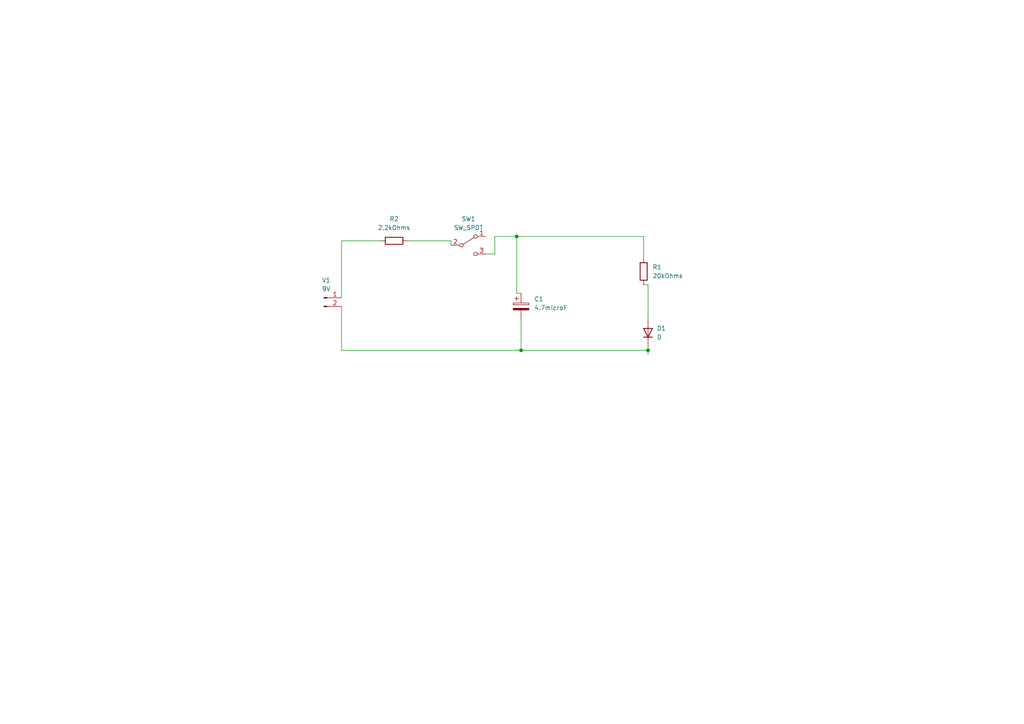
<source format=kicad_sch>
(kicad_sch (version 20211123) (generator eeschema)

  (uuid 1ce94f70-5b10-4f96-af8e-930a9944524d)

  (paper "A4")

  (lib_symbols
    (symbol "Connector:Conn_01x02_Male" (pin_names (offset 1.016) hide) (in_bom yes) (on_board yes)
      (property "Reference" "J" (id 0) (at 0 2.54 0)
        (effects (font (size 1.27 1.27)))
      )
      (property "Value" "Conn_01x02_Male" (id 1) (at 0 -5.08 0)
        (effects (font (size 1.27 1.27)))
      )
      (property "Footprint" "" (id 2) (at 0 0 0)
        (effects (font (size 1.27 1.27)) hide)
      )
      (property "Datasheet" "~" (id 3) (at 0 0 0)
        (effects (font (size 1.27 1.27)) hide)
      )
      (property "ki_keywords" "connector" (id 4) (at 0 0 0)
        (effects (font (size 1.27 1.27)) hide)
      )
      (property "ki_description" "Generic connector, single row, 01x02, script generated (kicad-library-utils/schlib/autogen/connector/)" (id 5) (at 0 0 0)
        (effects (font (size 1.27 1.27)) hide)
      )
      (property "ki_fp_filters" "Connector*:*_1x??_*" (id 6) (at 0 0 0)
        (effects (font (size 1.27 1.27)) hide)
      )
      (symbol "Conn_01x02_Male_1_1"
        (polyline
          (pts
            (xy 1.27 -2.54)
            (xy 0.8636 -2.54)
          )
          (stroke (width 0.1524) (type default) (color 0 0 0 0))
          (fill (type none))
        )
        (polyline
          (pts
            (xy 1.27 0)
            (xy 0.8636 0)
          )
          (stroke (width 0.1524) (type default) (color 0 0 0 0))
          (fill (type none))
        )
        (rectangle (start 0.8636 -2.413) (end 0 -2.667)
          (stroke (width 0.1524) (type default) (color 0 0 0 0))
          (fill (type outline))
        )
        (rectangle (start 0.8636 0.127) (end 0 -0.127)
          (stroke (width 0.1524) (type default) (color 0 0 0 0))
          (fill (type outline))
        )
        (pin passive line (at 5.08 0 180) (length 3.81)
          (name "Pin_1" (effects (font (size 1.27 1.27))))
          (number "1" (effects (font (size 1.27 1.27))))
        )
        (pin passive line (at 5.08 -2.54 180) (length 3.81)
          (name "Pin_2" (effects (font (size 1.27 1.27))))
          (number "2" (effects (font (size 1.27 1.27))))
        )
      )
    )
    (symbol "Device:C_Polarized" (pin_numbers hide) (pin_names (offset 0.254)) (in_bom yes) (on_board yes)
      (property "Reference" "C" (id 0) (at 0.635 2.54 0)
        (effects (font (size 1.27 1.27)) (justify left))
      )
      (property "Value" "C_Polarized" (id 1) (at 0.635 -2.54 0)
        (effects (font (size 1.27 1.27)) (justify left))
      )
      (property "Footprint" "" (id 2) (at 0.9652 -3.81 0)
        (effects (font (size 1.27 1.27)) hide)
      )
      (property "Datasheet" "~" (id 3) (at 0 0 0)
        (effects (font (size 1.27 1.27)) hide)
      )
      (property "ki_keywords" "cap capacitor" (id 4) (at 0 0 0)
        (effects (font (size 1.27 1.27)) hide)
      )
      (property "ki_description" "Polarized capacitor" (id 5) (at 0 0 0)
        (effects (font (size 1.27 1.27)) hide)
      )
      (property "ki_fp_filters" "CP_*" (id 6) (at 0 0 0)
        (effects (font (size 1.27 1.27)) hide)
      )
      (symbol "C_Polarized_0_1"
        (rectangle (start -2.286 0.508) (end 2.286 1.016)
          (stroke (width 0) (type default) (color 0 0 0 0))
          (fill (type none))
        )
        (polyline
          (pts
            (xy -1.778 2.286)
            (xy -0.762 2.286)
          )
          (stroke (width 0) (type default) (color 0 0 0 0))
          (fill (type none))
        )
        (polyline
          (pts
            (xy -1.27 2.794)
            (xy -1.27 1.778)
          )
          (stroke (width 0) (type default) (color 0 0 0 0))
          (fill (type none))
        )
        (rectangle (start 2.286 -0.508) (end -2.286 -1.016)
          (stroke (width 0) (type default) (color 0 0 0 0))
          (fill (type outline))
        )
      )
      (symbol "C_Polarized_1_1"
        (pin passive line (at 0 3.81 270) (length 2.794)
          (name "~" (effects (font (size 1.27 1.27))))
          (number "1" (effects (font (size 1.27 1.27))))
        )
        (pin passive line (at 0 -3.81 90) (length 2.794)
          (name "~" (effects (font (size 1.27 1.27))))
          (number "2" (effects (font (size 1.27 1.27))))
        )
      )
    )
    (symbol "Device:D" (pin_numbers hide) (pin_names (offset 1.016) hide) (in_bom yes) (on_board yes)
      (property "Reference" "D" (id 0) (at 0 2.54 0)
        (effects (font (size 1.27 1.27)))
      )
      (property "Value" "D" (id 1) (at 0 -2.54 0)
        (effects (font (size 1.27 1.27)))
      )
      (property "Footprint" "" (id 2) (at 0 0 0)
        (effects (font (size 1.27 1.27)) hide)
      )
      (property "Datasheet" "~" (id 3) (at 0 0 0)
        (effects (font (size 1.27 1.27)) hide)
      )
      (property "ki_keywords" "diode" (id 4) (at 0 0 0)
        (effects (font (size 1.27 1.27)) hide)
      )
      (property "ki_description" "Diode" (id 5) (at 0 0 0)
        (effects (font (size 1.27 1.27)) hide)
      )
      (property "ki_fp_filters" "TO-???* *_Diode_* *SingleDiode* D_*" (id 6) (at 0 0 0)
        (effects (font (size 1.27 1.27)) hide)
      )
      (symbol "D_0_1"
        (polyline
          (pts
            (xy -1.27 1.27)
            (xy -1.27 -1.27)
          )
          (stroke (width 0.254) (type default) (color 0 0 0 0))
          (fill (type none))
        )
        (polyline
          (pts
            (xy 1.27 0)
            (xy -1.27 0)
          )
          (stroke (width 0) (type default) (color 0 0 0 0))
          (fill (type none))
        )
        (polyline
          (pts
            (xy 1.27 1.27)
            (xy 1.27 -1.27)
            (xy -1.27 0)
            (xy 1.27 1.27)
          )
          (stroke (width 0.254) (type default) (color 0 0 0 0))
          (fill (type none))
        )
      )
      (symbol "D_1_1"
        (pin passive line (at -3.81 0 0) (length 2.54)
          (name "K" (effects (font (size 1.27 1.27))))
          (number "1" (effects (font (size 1.27 1.27))))
        )
        (pin passive line (at 3.81 0 180) (length 2.54)
          (name "A" (effects (font (size 1.27 1.27))))
          (number "2" (effects (font (size 1.27 1.27))))
        )
      )
    )
    (symbol "Device:R" (pin_numbers hide) (pin_names (offset 0)) (in_bom yes) (on_board yes)
      (property "Reference" "R" (id 0) (at 2.032 0 90)
        (effects (font (size 1.27 1.27)))
      )
      (property "Value" "R" (id 1) (at 0 0 90)
        (effects (font (size 1.27 1.27)))
      )
      (property "Footprint" "" (id 2) (at -1.778 0 90)
        (effects (font (size 1.27 1.27)) hide)
      )
      (property "Datasheet" "~" (id 3) (at 0 0 0)
        (effects (font (size 1.27 1.27)) hide)
      )
      (property "ki_keywords" "R res resistor" (id 4) (at 0 0 0)
        (effects (font (size 1.27 1.27)) hide)
      )
      (property "ki_description" "Resistor" (id 5) (at 0 0 0)
        (effects (font (size 1.27 1.27)) hide)
      )
      (property "ki_fp_filters" "R_*" (id 6) (at 0 0 0)
        (effects (font (size 1.27 1.27)) hide)
      )
      (symbol "R_0_1"
        (rectangle (start -1.016 -2.54) (end 1.016 2.54)
          (stroke (width 0.254) (type default) (color 0 0 0 0))
          (fill (type none))
        )
      )
      (symbol "R_1_1"
        (pin passive line (at 0 3.81 270) (length 1.27)
          (name "~" (effects (font (size 1.27 1.27))))
          (number "1" (effects (font (size 1.27 1.27))))
        )
        (pin passive line (at 0 -3.81 90) (length 1.27)
          (name "~" (effects (font (size 1.27 1.27))))
          (number "2" (effects (font (size 1.27 1.27))))
        )
      )
    )
    (symbol "Switch:SW_SPDT" (pin_names (offset 0) hide) (in_bom yes) (on_board yes)
      (property "Reference" "SW" (id 0) (at 0 4.318 0)
        (effects (font (size 1.27 1.27)))
      )
      (property "Value" "SW_SPDT" (id 1) (at 0 -5.08 0)
        (effects (font (size 1.27 1.27)))
      )
      (property "Footprint" "" (id 2) (at 0 0 0)
        (effects (font (size 1.27 1.27)) hide)
      )
      (property "Datasheet" "~" (id 3) (at 0 0 0)
        (effects (font (size 1.27 1.27)) hide)
      )
      (property "ki_keywords" "switch single-pole double-throw spdt ON-ON" (id 4) (at 0 0 0)
        (effects (font (size 1.27 1.27)) hide)
      )
      (property "ki_description" "Switch, single pole double throw" (id 5) (at 0 0 0)
        (effects (font (size 1.27 1.27)) hide)
      )
      (symbol "SW_SPDT_0_0"
        (circle (center -2.032 0) (radius 0.508)
          (stroke (width 0) (type default) (color 0 0 0 0))
          (fill (type none))
        )
        (circle (center 2.032 -2.54) (radius 0.508)
          (stroke (width 0) (type default) (color 0 0 0 0))
          (fill (type none))
        )
      )
      (symbol "SW_SPDT_0_1"
        (polyline
          (pts
            (xy -1.524 0.254)
            (xy 1.651 2.286)
          )
          (stroke (width 0) (type default) (color 0 0 0 0))
          (fill (type none))
        )
        (circle (center 2.032 2.54) (radius 0.508)
          (stroke (width 0) (type default) (color 0 0 0 0))
          (fill (type none))
        )
      )
      (symbol "SW_SPDT_1_1"
        (pin passive line (at 5.08 2.54 180) (length 2.54)
          (name "A" (effects (font (size 1.27 1.27))))
          (number "1" (effects (font (size 1.27 1.27))))
        )
        (pin passive line (at -5.08 0 0) (length 2.54)
          (name "B" (effects (font (size 1.27 1.27))))
          (number "2" (effects (font (size 1.27 1.27))))
        )
        (pin passive line (at 5.08 -2.54 180) (length 2.54)
          (name "C" (effects (font (size 1.27 1.27))))
          (number "3" (effects (font (size 1.27 1.27))))
        )
      )
    )
  )


  (junction (at 151.13 101.6) (diameter 0) (color 0 0 0 0)
    (uuid 50bfe075-5511-40ca-9a01-c5d2a7cd7eda)
  )
  (junction (at 187.96 101.6) (diameter 0) (color 0 0 0 0)
    (uuid 7aec4a94-a071-4fc7-9306-7b44a663be6a)
  )
  (junction (at 149.86 68.58) (diameter 0) (color 0 0 0 0)
    (uuid 8ec5416c-91cf-43a7-b50d-1feda6c7b2f3)
  )

  (wire (pts (xy 99.06 69.85) (xy 99.06 86.36))
    (stroke (width 0) (type default) (color 0 0 0 0))
    (uuid 070f8995-37f1-4df9-84ed-c17d17dacefa)
  )
  (wire (pts (xy 187.96 101.6) (xy 187.96 102.87))
    (stroke (width 0) (type default) (color 0 0 0 0))
    (uuid 0a1a21d6-e780-4d8d-86e6-cd829cf78b8d)
  )
  (wire (pts (xy 143.51 73.66) (xy 143.51 68.58))
    (stroke (width 0) (type default) (color 0 0 0 0))
    (uuid 40b43dd1-45fa-432c-943a-bc5ec215d4c5)
  )
  (wire (pts (xy 149.86 85.09) (xy 151.13 85.09))
    (stroke (width 0) (type default) (color 0 0 0 0))
    (uuid 4959f6e0-a7db-4368-b20b-878904ca4734)
  )
  (wire (pts (xy 186.69 82.55) (xy 187.96 82.55))
    (stroke (width 0) (type default) (color 0 0 0 0))
    (uuid 5124bb6e-638e-4a9f-8097-b219b140d41d)
  )
  (wire (pts (xy 149.86 68.58) (xy 149.86 85.09))
    (stroke (width 0) (type default) (color 0 0 0 0))
    (uuid 5972d111-9c74-496b-9cf0-e903ddbe2cf4)
  )
  (wire (pts (xy 140.97 73.66) (xy 143.51 73.66))
    (stroke (width 0) (type default) (color 0 0 0 0))
    (uuid 5d244d7a-b2f5-40b9-aa53-9f3ac3cd9840)
  )
  (wire (pts (xy 130.81 69.85) (xy 130.81 71.12))
    (stroke (width 0) (type default) (color 0 0 0 0))
    (uuid 6cb43999-893a-44b7-b377-2d0a9662b4c0)
  )
  (wire (pts (xy 149.86 68.58) (xy 186.69 68.58))
    (stroke (width 0) (type default) (color 0 0 0 0))
    (uuid 8eb28da4-ef8b-4963-a3ba-de69965df9a0)
  )
  (wire (pts (xy 99.06 88.9) (xy 99.06 101.6))
    (stroke (width 0) (type default) (color 0 0 0 0))
    (uuid 94ab6109-4915-4aa7-90e8-2263d68c2a7c)
  )
  (wire (pts (xy 151.13 101.6) (xy 187.96 101.6))
    (stroke (width 0) (type default) (color 0 0 0 0))
    (uuid b01fba09-6639-45a3-9ad4-41a89e0ea9f5)
  )
  (wire (pts (xy 99.06 101.6) (xy 151.13 101.6))
    (stroke (width 0) (type default) (color 0 0 0 0))
    (uuid b778092f-8a99-47f8-805b-bcf03226c3c7)
  )
  (wire (pts (xy 187.96 100.33) (xy 187.96 101.6))
    (stroke (width 0) (type default) (color 0 0 0 0))
    (uuid c4ee7559-4526-4807-af3d-3fadff24cb14)
  )
  (wire (pts (xy 118.11 69.85) (xy 130.81 69.85))
    (stroke (width 0) (type default) (color 0 0 0 0))
    (uuid c746b486-37a2-4624-aec6-37865243bde7)
  )
  (wire (pts (xy 151.13 92.71) (xy 151.13 101.6))
    (stroke (width 0) (type default) (color 0 0 0 0))
    (uuid c8e04178-1b15-4166-8177-488a617eadfa)
  )
  (wire (pts (xy 186.69 68.58) (xy 186.69 74.93))
    (stroke (width 0) (type default) (color 0 0 0 0))
    (uuid dd80930f-2e23-4cc5-bcb3-1fd67bf5deb3)
  )
  (wire (pts (xy 143.51 68.58) (xy 149.86 68.58))
    (stroke (width 0) (type default) (color 0 0 0 0))
    (uuid e81a17d3-25b3-45e0-84f6-6f058aa30ab4)
  )
  (wire (pts (xy 187.96 82.55) (xy 187.96 92.71))
    (stroke (width 0) (type default) (color 0 0 0 0))
    (uuid e8f311dc-8997-4ac4-9cd5-5488aa1dc090)
  )
  (wire (pts (xy 110.49 69.85) (xy 99.06 69.85))
    (stroke (width 0) (type default) (color 0 0 0 0))
    (uuid ef1c1eac-e8f6-473e-8f1c-fcc4a8a49c1a)
  )

  (symbol (lib_id "Device:D") (at 187.96 96.52 90) (unit 1)
    (in_bom yes) (on_board yes) (fields_autoplaced)
    (uuid 02597c61-8b88-4731-bc52-ba42d718b34a)
    (property "Reference" "D1" (id 0) (at 190.5 95.2499 90)
      (effects (font (size 1.27 1.27)) (justify right))
    )
    (property "Value" "D" (id 1) (at 190.5 97.7899 90)
      (effects (font (size 1.27 1.27)) (justify right))
    )
    (property "Footprint" "LED_THT:LED_D5.0mm" (id 2) (at 187.96 96.52 0)
      (effects (font (size 1.27 1.27)) hide)
    )
    (property "Datasheet" "~" (id 3) (at 187.96 96.52 0)
      (effects (font (size 1.27 1.27)) hide)
    )
    (pin "1" (uuid 100c89c7-5ae1-457e-b826-a516e5ae54c0))
    (pin "2" (uuid 49b74d9f-fcdd-4683-a32c-11dde0dd2d9a))
  )

  (symbol (lib_id "Device:R") (at 186.69 78.74 0) (unit 1)
    (in_bom yes) (on_board yes) (fields_autoplaced)
    (uuid 091c27a8-9458-428a-94f9-4ac6b2e0abb0)
    (property "Reference" "R1" (id 0) (at 189.23 77.4699 0)
      (effects (font (size 1.27 1.27)) (justify left))
    )
    (property "Value" "20kOhms" (id 1) (at 189.23 80.0099 0)
      (effects (font (size 1.27 1.27)) (justify left))
    )
    (property "Footprint" "Resistor_THT:R_Axial_DIN0516_L15.5mm_D5.0mm_P20.32mm_Horizontal" (id 2) (at 184.912 78.74 90)
      (effects (font (size 1.27 1.27)) hide)
    )
    (property "Datasheet" "~" (id 3) (at 186.69 78.74 0)
      (effects (font (size 1.27 1.27)) hide)
    )
    (pin "1" (uuid 3e967d42-33f3-4a54-bb0a-b79e445ee9d5))
    (pin "2" (uuid c780c645-7904-4261-a117-43841d36d1b1))
  )

  (symbol (lib_id "Device:R") (at 114.3 69.85 270) (unit 1)
    (in_bom yes) (on_board yes) (fields_autoplaced)
    (uuid 34552c03-e455-4108-adfc-a14b20cab7e8)
    (property "Reference" "R2" (id 0) (at 114.3 63.5 90))
    (property "Value" "2.2kOhms" (id 1) (at 114.3 66.04 90))
    (property "Footprint" "Resistor_THT:R_Axial_DIN0516_L15.5mm_D5.0mm_P20.32mm_Horizontal" (id 2) (at 114.3 68.072 90)
      (effects (font (size 1.27 1.27)) hide)
    )
    (property "Datasheet" "~" (id 3) (at 114.3 69.85 0)
      (effects (font (size 1.27 1.27)) hide)
    )
    (pin "1" (uuid 17a05c69-9ad7-404e-b3de-3ea3026dafb8))
    (pin "2" (uuid ae688457-ae96-4402-b79c-e2ff07824fad))
  )

  (symbol (lib_id "Switch:SW_SPDT") (at 135.89 71.12 0) (unit 1)
    (in_bom yes) (on_board yes) (fields_autoplaced)
    (uuid 66d4657f-ba11-4307-b993-ecb22e66a67a)
    (property "Reference" "SW1" (id 0) (at 135.89 63.5 0))
    (property "Value" "SW_SPDT" (id 1) (at 135.89 66.04 0))
    (property "Footprint" "Button_Switch_THT:SW_E-Switch_EG1224_SPDT_Angled" (id 2) (at 135.89 71.12 0)
      (effects (font (size 1.27 1.27)) hide)
    )
    (property "Datasheet" "~" (id 3) (at 135.89 71.12 0)
      (effects (font (size 1.27 1.27)) hide)
    )
    (pin "1" (uuid a27666de-315b-418c-b998-ab326669f7f6))
    (pin "2" (uuid 4ff326cd-42dd-4eda-babc-67d905c36958))
    (pin "3" (uuid 7eccc87f-540b-4082-8c41-4ac3b9e5f265))
  )

  (symbol (lib_id "Device:C_Polarized") (at 151.13 88.9 0) (unit 1)
    (in_bom yes) (on_board yes) (fields_autoplaced)
    (uuid c1e3e629-6cd5-4e51-aa20-47b17a55462d)
    (property "Reference" "C1" (id 0) (at 154.94 86.7409 0)
      (effects (font (size 1.27 1.27)) (justify left))
    )
    (property "Value" "4.7microF" (id 1) (at 154.94 89.2809 0)
      (effects (font (size 1.27 1.27)) (justify left))
    )
    (property "Footprint" "Capacitor_THT:C_Radial_D5.0mm_H5.0mm_P2.00mm" (id 2) (at 152.0952 92.71 0)
      (effects (font (size 1.27 1.27)) hide)
    )
    (property "Datasheet" "~" (id 3) (at 151.13 88.9 0)
      (effects (font (size 1.27 1.27)) hide)
    )
    (pin "1" (uuid 733e1dbc-81d2-45de-a355-632f8be8beed))
    (pin "2" (uuid e0b30528-981a-4440-9f69-ef21c791fba7))
  )

  (symbol (lib_id "Connector:Conn_01x02_Male") (at 93.98 86.36 0) (unit 1)
    (in_bom yes) (on_board yes) (fields_autoplaced)
    (uuid d7a2fb02-5324-430a-8c91-3e262e8c4e40)
    (property "Reference" "V1" (id 0) (at 94.615 81.28 0))
    (property "Value" "9V" (id 1) (at 94.615 83.82 0))
    (property "Footprint" "Connector_JST:JST_PH_B2B-PH-K_1x02_P2.00mm_Vertical" (id 2) (at 93.98 86.36 0)
      (effects (font (size 1.27 1.27)) hide)
    )
    (property "Datasheet" "~" (id 3) (at 93.98 86.36 0)
      (effects (font (size 1.27 1.27)) hide)
    )
    (pin "1" (uuid c36fc15d-d3e5-4cf5-94e1-dcfb21d4ecdd))
    (pin "2" (uuid 109f77a9-6612-4a7d-9ba8-ddef85016330))
  )

  (sheet_instances
    (path "/" (page "1"))
  )

  (symbol_instances
    (path "/c1e3e629-6cd5-4e51-aa20-47b17a55462d"
      (reference "C1") (unit 1) (value "4.7microF") (footprint "Capacitor_THT:C_Radial_D5.0mm_H5.0mm_P2.00mm")
    )
    (path "/02597c61-8b88-4731-bc52-ba42d718b34a"
      (reference "D1") (unit 1) (value "D") (footprint "LED_THT:LED_D5.0mm")
    )
    (path "/091c27a8-9458-428a-94f9-4ac6b2e0abb0"
      (reference "R1") (unit 1) (value "20kOhms") (footprint "Resistor_THT:R_Axial_DIN0516_L15.5mm_D5.0mm_P20.32mm_Horizontal")
    )
    (path "/34552c03-e455-4108-adfc-a14b20cab7e8"
      (reference "R2") (unit 1) (value "2.2kOhms") (footprint "Resistor_THT:R_Axial_DIN0516_L15.5mm_D5.0mm_P20.32mm_Horizontal")
    )
    (path "/66d4657f-ba11-4307-b993-ecb22e66a67a"
      (reference "SW1") (unit 1) (value "SW_SPDT") (footprint "Button_Switch_THT:SW_E-Switch_EG1224_SPDT_Angled")
    )
    (path "/d7a2fb02-5324-430a-8c91-3e262e8c4e40"
      (reference "V1") (unit 1) (value "9V") (footprint "Connector_JST:JST_PH_B2B-PH-K_1x02_P2.00mm_Vertical")
    )
  )
)

</source>
